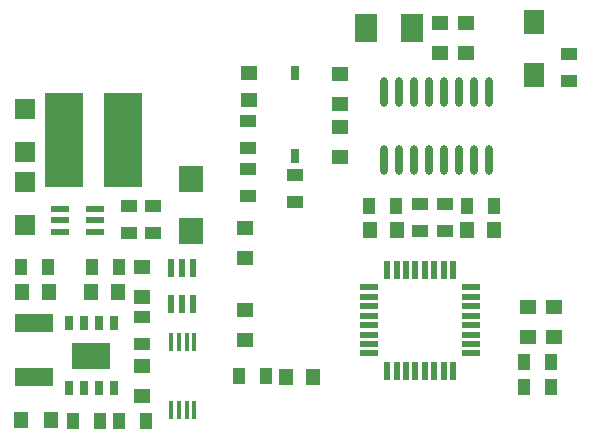
<source format=gtp>
G04*
G04 #@! TF.GenerationSoftware,Altium Limited,Altium Designer,18.1.6 (161)*
G04*
G04 Layer_Color=8421504*
%FSTAX24Y24*%
%MOIN*%
G70*
G01*
G75*
%ADD22R,0.0551X0.0472*%
%ADD23R,0.0394X0.0550*%
%ADD24R,0.0550X0.0394*%
%ADD25R,0.0500X0.0550*%
%ADD26R,0.0217X0.0591*%
%ADD27R,0.0591X0.0217*%
%ADD28R,0.0669X0.0787*%
%ADD29O,0.0250X0.1000*%
%ADD30R,0.0748X0.0945*%
%ADD31R,0.0315X0.0472*%
%ADD32R,0.0550X0.0500*%
%ADD33R,0.0669X0.0669*%
%ADD34R,0.1299X0.3150*%
%ADD35R,0.0591X0.0236*%
%ADD36R,0.0835X0.0858*%
%ADD37R,0.0236X0.0591*%
G04:AMPARAMS|DCode=38|XSize=61.4mil|YSize=15.7mil|CornerRadius=2mil|HoleSize=0mil|Usage=FLASHONLY|Rotation=270.000|XOffset=0mil|YOffset=0mil|HoleType=Round|Shape=RoundedRectangle|*
%AMROUNDEDRECTD38*
21,1,0.0614,0.0118,0,0,270.0*
21,1,0.0575,0.0157,0,0,270.0*
1,1,0.0039,-0.0059,-0.0287*
1,1,0.0039,-0.0059,0.0287*
1,1,0.0039,0.0059,0.0287*
1,1,0.0039,0.0059,-0.0287*
%
%ADD38ROUNDEDRECTD38*%
%ADD39R,0.1260X0.0906*%
%ADD40R,0.0276X0.0512*%
%ADD41R,0.1299X0.0591*%
%ADD42R,0.0472X0.0551*%
D22*
X032611Y03719D02*
D03*
Y03619D02*
D03*
X031732Y03719D02*
D03*
Y03619D02*
D03*
X02969Y045656D02*
D03*
Y046656D02*
D03*
X028811Y045656D02*
D03*
Y046656D02*
D03*
X02548Y04496D02*
D03*
Y04396D02*
D03*
Y043181D02*
D03*
Y042181D02*
D03*
X0223Y037086D02*
D03*
Y036086D02*
D03*
Y03882D02*
D03*
Y03982D02*
D03*
X01889Y03852D02*
D03*
Y03752D02*
D03*
X01888Y034231D02*
D03*
Y035231D02*
D03*
D23*
X03252Y03535D02*
D03*
X03162D02*
D03*
X03162Y03453D02*
D03*
X03252D02*
D03*
X030595Y040565D02*
D03*
X029695D02*
D03*
X02646D02*
D03*
X02736D02*
D03*
X023Y03489D02*
D03*
X0221D02*
D03*
X017205Y03851D02*
D03*
X018105D02*
D03*
X01576Y03852D02*
D03*
X01486D02*
D03*
X018115Y033376D02*
D03*
X019015D02*
D03*
X017464Y033386D02*
D03*
X016564D02*
D03*
D24*
X028965Y03971D02*
D03*
Y04061D02*
D03*
X028145Y03971D02*
D03*
Y04061D02*
D03*
X02399Y04158D02*
D03*
Y04068D02*
D03*
X02242Y04339D02*
D03*
Y04249D02*
D03*
Y0418D02*
D03*
Y0409D02*
D03*
X01925Y03966D02*
D03*
Y04056D02*
D03*
X01843Y04056D02*
D03*
Y03966D02*
D03*
X01888Y03685D02*
D03*
Y03595D02*
D03*
X03312Y04472D02*
D03*
Y04562D02*
D03*
D25*
X02972Y03974D02*
D03*
X03062D02*
D03*
X02739D02*
D03*
X02649D02*
D03*
X02458Y03485D02*
D03*
X02368D02*
D03*
X01719Y0377D02*
D03*
X01809D02*
D03*
X015775D02*
D03*
X014875D02*
D03*
D26*
X027048Y03843D02*
D03*
X027363D02*
D03*
X027678D02*
D03*
X027993D02*
D03*
X028307D02*
D03*
X028622D02*
D03*
X028937D02*
D03*
X029252D02*
D03*
Y035045D02*
D03*
X028937D02*
D03*
X028622D02*
D03*
X028307D02*
D03*
X027993D02*
D03*
X027678D02*
D03*
X027363D02*
D03*
X027048D02*
D03*
D27*
X029843Y03784D02*
D03*
Y037525D02*
D03*
Y03721D02*
D03*
Y036895D02*
D03*
Y03658D02*
D03*
Y036265D02*
D03*
Y03595D02*
D03*
Y035635D02*
D03*
X026457D02*
D03*
Y03595D02*
D03*
Y036265D02*
D03*
Y03658D02*
D03*
Y036895D02*
D03*
Y03721D02*
D03*
Y037525D02*
D03*
Y03784D02*
D03*
D28*
X03195Y046676D02*
D03*
Y044905D02*
D03*
D29*
X03046Y044337D02*
D03*
X02996D02*
D03*
X02946D02*
D03*
X02896D02*
D03*
X02846D02*
D03*
X02796D02*
D03*
X02746D02*
D03*
X02696D02*
D03*
X03046Y04209D02*
D03*
X02996D02*
D03*
X02946D02*
D03*
X02896D02*
D03*
X02846D02*
D03*
X02796D02*
D03*
X02746D02*
D03*
X02696D02*
D03*
D30*
X02634Y0465D02*
D03*
X02788D02*
D03*
D31*
X02399Y044988D02*
D03*
Y042232D02*
D03*
D32*
X022435Y04499D02*
D03*
Y04409D02*
D03*
D33*
X01498Y04377D02*
D03*
Y04235D02*
D03*
Y03993D02*
D03*
Y04135D02*
D03*
D34*
X01629Y04274D02*
D03*
X01824D02*
D03*
D35*
X016139Y04007D02*
D03*
X017321Y039696D02*
D03*
Y04007D02*
D03*
Y040444D02*
D03*
X016139D02*
D03*
Y039696D02*
D03*
D36*
X0205Y041452D02*
D03*
Y039708D02*
D03*
D37*
X020219Y038481D02*
D03*
X019845Y037299D02*
D03*
X020219D02*
D03*
X020593D02*
D03*
Y038481D02*
D03*
X019845D02*
D03*
D38*
X020626Y036024D02*
D03*
X02037D02*
D03*
X020114D02*
D03*
X019858D02*
D03*
Y033756D02*
D03*
X020114D02*
D03*
X02037D02*
D03*
X020626D02*
D03*
D39*
X01718Y03556D02*
D03*
D40*
X01693Y036653D02*
D03*
X01643D02*
D03*
X01743D02*
D03*
X01793D02*
D03*
X01693Y034487D02*
D03*
X01643D02*
D03*
X01743D02*
D03*
X01793D02*
D03*
D41*
X01529Y03665D02*
D03*
X01529Y034864D02*
D03*
D42*
X01585Y03341D02*
D03*
X01485D02*
D03*
M02*

</source>
